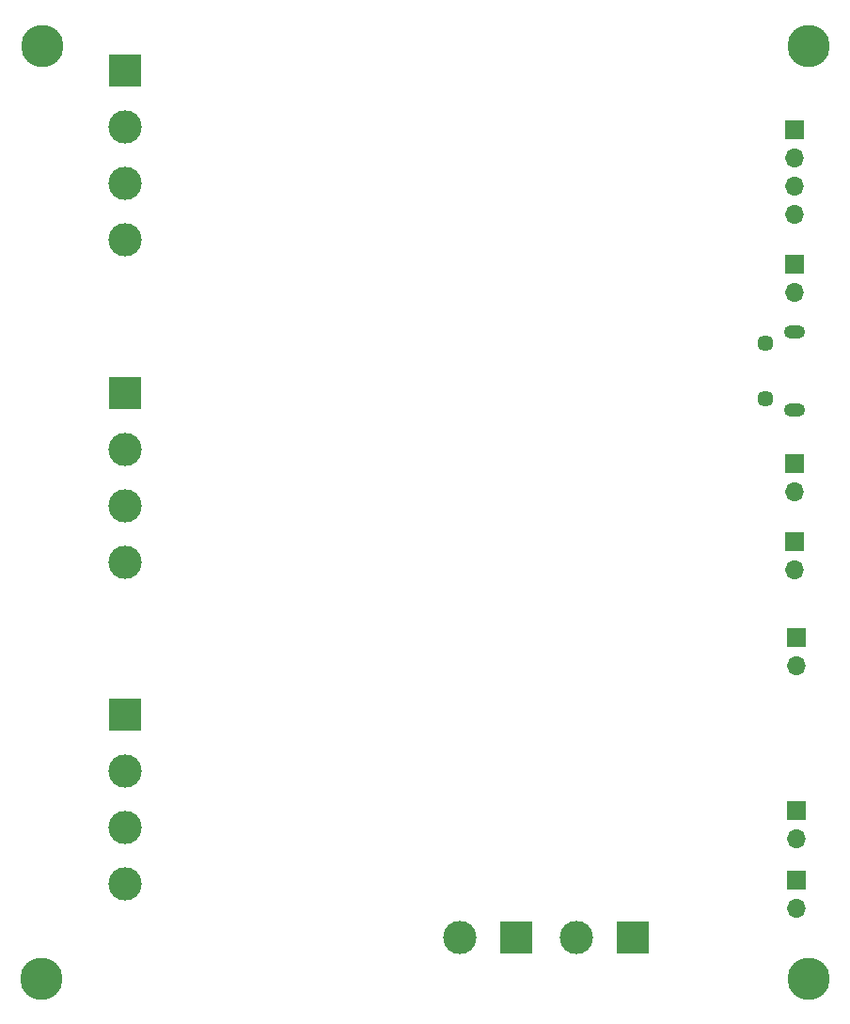
<source format=gbr>
%TF.GenerationSoftware,KiCad,Pcbnew,9.0.0*%
%TF.CreationDate,2025-05-07T21:56:05-07:00*%
%TF.ProjectId,Motor_Controller_Board_v1,4d6f746f-725f-4436-9f6e-74726f6c6c65,v1*%
%TF.SameCoordinates,Original*%
%TF.FileFunction,Soldermask,Bot*%
%TF.FilePolarity,Negative*%
%FSLAX46Y46*%
G04 Gerber Fmt 4.6, Leading zero omitted, Abs format (unit mm)*
G04 Created by KiCad (PCBNEW 9.0.0) date 2025-05-07 21:56:05*
%MOMM*%
%LPD*%
G01*
G04 APERTURE LIST*
%ADD10C,3.800000*%
%ADD11R,1.700000X1.700000*%
%ADD12O,1.700000X1.700000*%
%ADD13R,3.000000X3.000000*%
%ADD14C,3.000000*%
%ADD15O,1.900000X1.200000*%
%ADD16C,1.450000*%
G04 APERTURE END LIST*
D10*
%TO.C,H204*%
X116420000Y-154500000D03*
%TD*%
%TO.C,H203*%
X185500000Y-154500000D03*
%TD*%
%TO.C,H202*%
X185500000Y-70500000D03*
%TD*%
%TO.C,H201*%
X116500000Y-70500000D03*
%TD*%
D11*
%TO.C,J207*%
X184400000Y-145625000D03*
D12*
X184400000Y-148165000D03*
%TD*%
D11*
%TO.C,J206*%
X184400000Y-139400000D03*
D12*
X184400000Y-141940000D03*
%TD*%
D13*
%TO.C,J401*%
X124000000Y-72750000D03*
D14*
X124000000Y-77830000D03*
X124000000Y-82910000D03*
X124000000Y-87990000D03*
%TD*%
D11*
%TO.C,J301*%
X184275000Y-78080000D03*
D12*
X184275000Y-80620000D03*
X184275000Y-83160000D03*
X184275000Y-85700000D03*
%TD*%
D13*
%TO.C,J403*%
X124000000Y-101750000D03*
D14*
X124000000Y-106830000D03*
X124000000Y-111910000D03*
X124000000Y-116990000D03*
%TD*%
D11*
%TO.C,J304*%
X184275000Y-108120000D03*
D12*
X184275000Y-110660000D03*
%TD*%
D11*
%TO.C,J305*%
X184275000Y-115120000D03*
D12*
X184275000Y-117660000D03*
%TD*%
D11*
%TO.C,J303*%
X184275000Y-90160000D03*
D12*
X184275000Y-92700000D03*
%TD*%
D13*
%TO.C,J203*%
X159140000Y-150800000D03*
D14*
X154060000Y-150800000D03*
%TD*%
D15*
%TO.C,J302*%
X184275000Y-103300000D03*
D16*
X181575000Y-102300000D03*
X181575000Y-97300000D03*
D15*
X184275000Y-96300000D03*
%TD*%
D13*
%TO.C,J402*%
X124000000Y-130760000D03*
D14*
X124000000Y-135840000D03*
X124000000Y-140920000D03*
X124000000Y-146000000D03*
%TD*%
D13*
%TO.C,J201*%
X169700000Y-150800000D03*
D14*
X164620000Y-150800000D03*
%TD*%
D11*
%TO.C,J202*%
X184450000Y-123800000D03*
D12*
X184450000Y-126340000D03*
%TD*%
M02*

</source>
